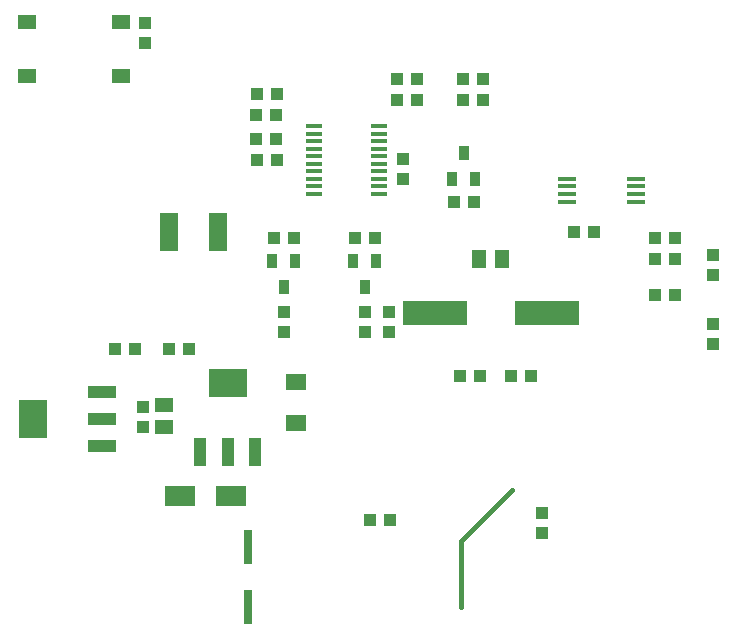
<source format=gtp>
G04*
G04 #@! TF.GenerationSoftware,Altium Limited,Altium Designer,19.0.10 (269)*
G04*
G04 Layer_Color=8421504*
%FSLAX24Y24*%
%MOIN*%
G70*
G01*
G75*
%ADD18R,0.0394X0.0433*%
%ADD19R,0.0571X0.0177*%
%ADD20R,0.0433X0.0394*%
%ADD21R,0.0512X0.0591*%
%ADD22R,0.0591X0.0177*%
%ADD23R,0.1299X0.0945*%
%ADD24R,0.0394X0.0945*%
%ADD25R,0.2165X0.0787*%
%ADD26R,0.0335X0.0512*%
%ADD27R,0.0709X0.0551*%
%ADD28R,0.0591X0.0512*%
%ADD29R,0.1043X0.0689*%
%ADD30R,0.0295X0.1181*%
%ADD31R,0.0610X0.0512*%
%ADD32R,0.0945X0.0394*%
%ADD33R,0.0945X0.1299*%
%ADD34R,0.0591X0.1260*%
%ADD35C,0.0157*%
D18*
X23400Y9765D02*
D03*
Y10435D02*
D03*
Y12065D02*
D03*
Y12735D02*
D03*
X12600Y10165D02*
D03*
Y10835D02*
D03*
X9100Y10835D02*
D03*
Y10165D02*
D03*
X11800Y10165D02*
D03*
Y10835D02*
D03*
X4400Y6986D02*
D03*
Y7655D02*
D03*
X4491Y20471D02*
D03*
Y19802D02*
D03*
X17700Y3465D02*
D03*
Y4135D02*
D03*
X13090Y15935D02*
D03*
Y15265D02*
D03*
D19*
X10127Y17025D02*
D03*
Y16775D02*
D03*
Y16525D02*
D03*
Y16275D02*
D03*
Y16025D02*
D03*
Y15775D02*
D03*
Y15525D02*
D03*
Y15275D02*
D03*
Y15025D02*
D03*
Y14775D02*
D03*
X12273Y17025D02*
D03*
Y16775D02*
D03*
Y16525D02*
D03*
Y16275D02*
D03*
Y16025D02*
D03*
Y15775D02*
D03*
Y15525D02*
D03*
Y15275D02*
D03*
Y15025D02*
D03*
Y14775D02*
D03*
D20*
X18765Y13500D02*
D03*
X19435D02*
D03*
X15434Y14516D02*
D03*
X14764D02*
D03*
X22135Y13300D02*
D03*
X21465D02*
D03*
Y12600D02*
D03*
X22135D02*
D03*
X21465Y11400D02*
D03*
X22135D02*
D03*
X15065Y18600D02*
D03*
X15735D02*
D03*
Y17900D02*
D03*
X15065D02*
D03*
X13535Y18600D02*
D03*
X12865D02*
D03*
X13535Y17900D02*
D03*
X12865D02*
D03*
X12135Y13300D02*
D03*
X11465D02*
D03*
X8766D02*
D03*
X9436D02*
D03*
X5265Y9600D02*
D03*
X5935D02*
D03*
X3465D02*
D03*
X4135D02*
D03*
X8893Y18100D02*
D03*
X8224D02*
D03*
X8893Y15900D02*
D03*
X8224D02*
D03*
X8165Y17400D02*
D03*
X8835D02*
D03*
X8165Y16600D02*
D03*
X8835D02*
D03*
X12635Y3900D02*
D03*
X11965D02*
D03*
X17335Y8700D02*
D03*
X16665D02*
D03*
X14965Y8700D02*
D03*
X15635D02*
D03*
D21*
X15626Y12600D02*
D03*
X16374D02*
D03*
D22*
X20842Y14516D02*
D03*
Y14772D02*
D03*
Y15028D02*
D03*
Y15284D02*
D03*
X18558Y14516D02*
D03*
Y14772D02*
D03*
Y15028D02*
D03*
Y15284D02*
D03*
D23*
X7230Y8462D02*
D03*
D24*
X8136Y6179D02*
D03*
X7230D02*
D03*
X6325D02*
D03*
D25*
X14130Y10800D02*
D03*
X17870D02*
D03*
D26*
X11800Y11667D02*
D03*
X11426Y12533D02*
D03*
X12174D02*
D03*
X9100Y11667D02*
D03*
X8726Y12533D02*
D03*
X9474D02*
D03*
X14726Y15267D02*
D03*
X15474D02*
D03*
X15100Y16133D02*
D03*
D27*
X9500Y7148D02*
D03*
Y8487D02*
D03*
D28*
X5124Y7745D02*
D03*
Y6997D02*
D03*
D29*
X5654Y4700D02*
D03*
X7346D02*
D03*
D30*
X7900Y3000D02*
D03*
Y1000D02*
D03*
D31*
X3665Y18714D02*
D03*
X535D02*
D03*
Y20486D02*
D03*
X3665D02*
D03*
D32*
X3044Y6356D02*
D03*
Y7262D02*
D03*
Y8167D02*
D03*
D33*
X760Y7262D02*
D03*
D34*
X6927Y13500D02*
D03*
X5273D02*
D03*
D35*
X15000Y1000D02*
Y3200D01*
X16700Y4900D01*
M02*

</source>
